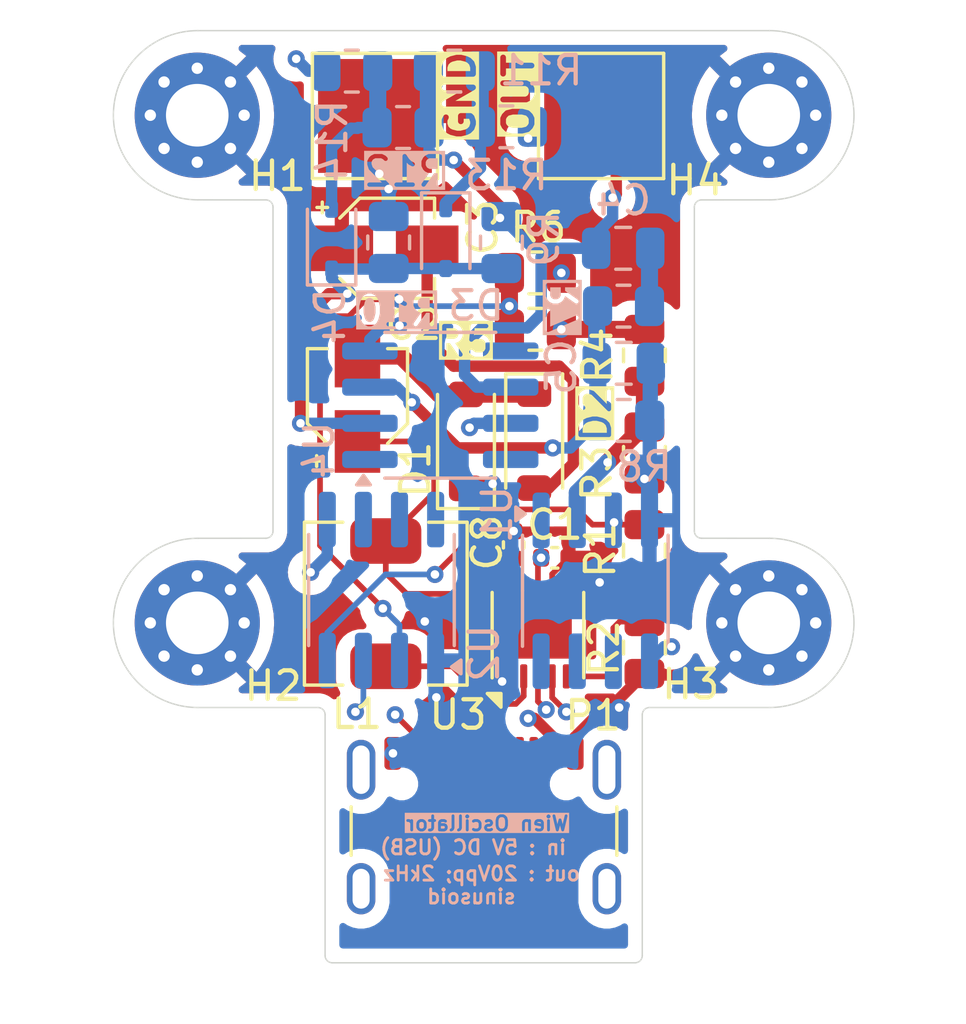
<source format=kicad_pcb>
(kicad_pcb (version 20240108) (generator "pcbnew") (generator_version "8.0")
  (layers (0 "F.Cu" signal) (1 "In1.Cu" signal) (2 "In2.Cu" signal) (31 "B.Cu" signal) (34 "B.Paste" user) (35 "F.Paste" user) (36 "B.SilkS" user "B.Silkscreen") (37 "F.SilkS" user "F.Silkscreen") (38 "B.Mask" user) (39 "F.Mask" user) (44 "Edge.Cuts" user))
  (net 0 "")
  (net 1 "GND")
  (net 2 "+5V")
  (net 3 "Net-(D1-A)")
  (net 4 "/VoltageRegulator/Lx")
  (net 5 "/VoltageRegulator/V_C3")
  (net 6 "Net-(C4-Pad1)")
  (net 7 "/WienOscillator/V+")
  (net 8 "/VoltageRegulator/Vo")
  (net 9 "/WienOscillator/Fb")
  (net 10 "Net-(D3-K)")
  (net 11 "Net-(D4-A)")
  (net 12 "Net-(U3-VDD_OUT)")
  (net 21 "/VoltageRegulator/FB_ISL")
  (net 22 "Net-(U1--)")
  (net 23 "/VoltageRegulator/+20V")
  (net 24 "Net-(U2--)")
  (net 25 "/VoltageRegulator/-20V")
  (net 30 "/Vo")
  (footprint "Capacitor_SMD:CP_Elec_3x5.3" (layer "F.Cu") (at 80.0666 91.9988)
    (property "Reference" "C3" (at 3.4486 -0.7366 90) (layer "F.SilkS"))
    (property "Value" "4.7u")
    (pad "1" smd rect (at -1.5 0) (size 2.2 1.6) (layers "F.Cu" "F.Paste" "F.Mask") (net 1 "GND"))
    (pad "2" smd rect (at 1.5 0) (size 2.2 1.6) (layers "F.Cu" "F.Paste" "F.Mask") (net 5 "/VoltageRegulator/V_C3"))
  )
  (footprint "Resistor_SMD:R_0805_2012Metric" (layer "F.Cu") (at 89.2048 95.7599 90)
    (property "Reference" "R4" (at 0 -1.65 90) (layer "F.SilkS"))
    (property "Value" "100K")
    (pad "1" smd roundrect (at -0.9125 0 90) (size 1.025 1.4) (layers "F.Cu" "F.Paste" "F.Mask") (roundrect_rratio 0.243902) (net 22 "Net-(U1--)"))
    (pad "2" smd roundrect (at 0.9125 0 90) (size 1.025 1.4) (layers "F.Cu" "F.Paste" "F.Mask") (roundrect_rratio 0.243902) (net 23 "/VoltageRegulator/+20V"))
  )
  (footprint "MountingHole:MountingHole_2.2mm_M2_Pad_Via" (layer "F.Cu") (at 73.483874 87.3252)
    (property "Reference" "H1" (at 2.817726 2.1336 0) (layer "F.SilkS"))
    (property "Value" "MountingHole_Pad")
    (pad "1" thru_hole circle (at -1.65 0) (size 0.7 0.7) (drill 0.4) (layers "*.Cu" "*.Mask") (net 1 "GND"))
    (pad "1" thru_hole circle (at -1.166726 -1.166726) (size 0.7 0.7) (drill 0.4) (layers "*.Cu" "*.Mask") (net 1 "GND"))
    (pad "1" thru_hole circle (at -1.166726 1.166726) (size 0.7 0.7) (drill 0.4) (layers "*.Cu" "*.Mask") (net 1 "GND"))
    (pad "1" thru_hole circle (at 0 -1.65) (size 0.7 0.7) (drill 0.4) (layers "*.Cu" "*.Mask") (net 1 "GND"))
    (pad "1" thru_hole circle (at 0 0) (size 4.4 4.4) (drill 2.2) (layers "*.Cu" "*.Mask") (net 1 "GND"))
    (pad "1" thru_hole circle (at 0 1.65) (size 0.7 0.7) (drill 0.4) (layers "*.Cu" "*.Mask") (net 1 "GND"))
    (pad "1" thru_hole circle (at 1.166726 -1.166726) (size 0.7 0.7) (drill 0.4) (layers "*.Cu" "*.Mask") (net 1 "GND"))
    (pad "1" thru_hole circle (at 1.166726 1.166726) (size 0.7 0.7) (drill 0.4) (layers "*.Cu" "*.Mask") (net 1 "GND"))
    (pad "1" thru_hole circle (at 1.65 0) (size 0.7 0.7) (drill 0.4) (layers "*.Cu" "*.Mask") (net 1 "GND"))
  )
  (footprint "TestPoint:TestPoint_Pad_4.0x4.0mm" (layer "F.Cu") (at 79.7306 87.3506)
    (property "Reference" "J2" (hide yes))
    (property "Value" "Conn_01x01" (hide yes))
    (pad "1" smd rect (at 0 0) (size 4 4) (layers "F.Cu" "F.Mask") (net 1 "GND"))
  )
  (footprint "Capacitor_SMD:C_0402_1005Metric" (layer "F.Cu") (at 84.6074 102.4154 90)
    (property "Reference" "C8" (at 0.0788 -0.9398 90) (layer "F.SilkS"))
    (property "Value" "4.7u")
    (pad "1" smd roundrect (at -0.48 0 90) (size 0.56 0.62) (layers "F.Cu" "F.Paste" "F.Mask") (net 8 "/VoltageRegulator/Vo"))
    (pad "2" smd roundrect (at 0.48 0 90) (size 0.56 0.62) (layers "F.Cu" "F.Paste" "F.Mask") (net 1 "GND"))
  )
  (footprint "Connector_USB:USB_C_Receptacle_GCT_USB4105-xx-A_16P_TopMnt_Horizontal" (layer "F.Cu") (at 83.564 113.4172)
    (property "Reference" "P1" (at 3.8374 -5.01 0) (layer "F.SilkS"))
    (property "Value" "USB_C_Plug_USB2.0")
    (pad "" np_thru_hole circle (at -2.89 -2.605) (size 0.65 0.65) (drill 0.65) (layers "F&B.Cu" "*.Mask"))
    (pad "" np_thru_hole circle (at 2.89 -2.605) (size 0.65 0.65) (drill 0.65) (layers "F&B.Cu" "*.Mask"))
    (pad "A1" smd roundrect (at -3.2 -3.68) (size 0.6 1.15) (layers "F.Cu" "F.Paste" "F.Mask") (net 1 "GND"))
    (pad "A4" smd roundrect (at -2.4 -3.68) (size 0.6 1.15) (layers "F.Cu" "F.Paste" "F.Mask") (net 2 "+5V"))
    (pad "A5" smd roundrect (at -1.25 -3.68) (size 0.3 1.15) (layers "F.Cu" "F.Paste" "F.Mask"))
    (pad "A6" smd roundrect (at -0.25 -3.68) (size 0.3 1.15) (layers "F.Cu" "F.Paste" "F.Mask"))
    (pad "A7" smd roundrect (at 0.25 -3.68) (size 0.3 1.15) (layers "F.Cu" "F.Paste" "F.Mask"))
    (pad "A8" smd roundrect (at 1.25 -3.68) (size 0.3 1.15) (layers "F.Cu" "F.Paste" "F.Mask"))
    (pad "A9" smd roundrect (at 2.4 -3.68) (size 0.6 1.15) (layers "F.Cu" "F.Paste" "F.Mask") (net 2 "+5V"))
    (pad "A12" smd roundrect (at 3.2 -3.68) (size 0.6 1.15) (layers "F.Cu" "F.Paste" "F.Mask") (net 1 "GND"))
    (pad "B1" smd roundrect (at 3.2 -3.68) (size 0.6 1.15) (layers "F.Cu" "F.Paste" "F.Mask") (net 1 "GND"))
    (pad "B4" smd roundrect (at 2.4 -3.68) (size 0.6 1.15) (layers "F.Cu" "F.Paste" "F.Mask") (net 2 "+5V"))
    (pad "B5" smd roundrect (at 1.75 -3.68) (size 0.3 1.15) (layers "F.Cu" "F.Paste" "F.Mask"))
    (pad "B6" smd roundrect (at 0.75 -3.68) (size 0.3 1.15) (layers "F.Cu" "F.Paste" "F.Mask"))
    (pad "B7" smd roundrect (at -0.75 -3.68) (size 0.3 1.15) (layers "F.Cu" "F.Paste" "F.Mask"))
    (pad "B8" smd roundrect (at -1.75 -3.68) (size 0.3 1.15) (layers "F.Cu" "F.Paste" "F.Mask"))
    (pad "B9" smd roundrect (at -2.4 -3.68) (size 0.6 1.15) (layers "F.Cu" "F.Paste" "F.Mask") (net 2 "+5V"))
    (pad "B12" smd roundrect (at -3.2 -3.68) (size 0.6 1.15) (layers "F.Cu" "F.Paste" "F.Mask") (net 1 "GND"))
    (pad "S1" thru_hole oval (at -4.32 -3.105) (size 1 2.1) (drill oval 0.6 1.7) (layers "*.Cu" "*.Mask" "F.Paste"))
    (pad "S1" thru_hole oval (at -4.32 1.075) (size 1 1.8) (drill oval 0.6 1.4) (layers "*.Cu" "*.Mask" "F.Paste"))
    (pad "S1" thru_hole oval (at 4.32 -3.105) (size 1 2.1) (drill oval 0.6 1.7) (layers "*.Cu" "*.Mask" "F.Paste"))
    (pad "S1" thru_hole oval (at 4.32 1.075) (size 1 1.8) (drill oval 0.6 1.4) (layers "*.Cu" "*.Mask" "F.Paste"))
  )
  (footprint "Inductor_SMD:L_KOHERelec_MDA5030" (layer "F.Cu") (at 80.1116 104.48 90)
    (property "Reference" "L1" (at -3.8764 -1.016 180) (layer "F.SilkS"))
    (property "Value" "10u")
    (pad "1" smd roundrect (at -2.2 0 90) (size 1.6 2.5) (layers "F.Cu" "F.Paste" "F.Mask") (net 12 "Net-(U3-VDD_OUT)"))
    (pad "2" smd roundrect (at 2.2 0 90) (size 1.6 2.5) (layers "F.Cu" "F.Paste" "F.Mask") (net 4 "/VoltageRegulator/Lx"))
  )
  (footprint "Resistor_SMD:R_0805_2012Metric" (layer "F.Cu") (at 85.3713 92.8624)
    (property "Reference" "R6" (at 0.1035 -1.6002 360) (layer "F.SilkS"))
    (property "Value" "100K")
    (pad "1" smd roundrect (at -0.9125 0) (size 1.025 1.4) (layers "F.Cu" "F.Paste" "F.Mask") (roundrect_rratio 0.243902) (net 24 "Net-(U2--)"))
    (pad "2" smd roundrect (at 0.9125 0) (size 1.025 1.4) (layers "F.Cu" "F.Paste" "F.Mask") (roundrect_rratio 0.243902) (net 25 "/VoltageRegulator/-20V"))
  )
  (footprint "Diode_SMD:D_SOD-123" (layer "F.Cu") (at 82.931 98.7816 90)
    (property "Reference" "D1" (at -0.9896 -1.778 90) (layer "F.SilkS"))
    (property "Value" "D_Schottky")
    (pad "1" smd roundrect (at -1.65 0 90) (size 0.9 1.2) (layers "F.Cu" "F.Paste" "F.Mask") (net 1 "GND"))
    (pad "2" smd roundrect (at 1.65 0 90) (size 0.9 1.2) (layers "F.Cu" "F.Paste" "F.Mask") (net 3 "Net-(D1-A)"))
  )
  (footprint "MountingHole:MountingHole_2.2mm_M2_Pad_Via" (layer "F.Cu") (at 93.575274 87.3252)
    (property "Reference" "H4" (at -2.592474 2.286 0) (layer "F.SilkS"))
    (property "Value" "MountingHole_Pad")
    (pad "1" thru_hole circle (at -1.65 0) (size 0.7 0.7) (drill 0.4) (layers "*.Cu" "*.Mask") (net 1 "GND"))
    (pad "1" thru_hole circle (at -1.166726 -1.166726) (size 0.7 0.7) (drill 0.4) (layers "*.Cu" "*.Mask") (net 1 "GND"))
    (pad "1" thru_hole circle (at -1.166726 1.166726) (size 0.7 0.7) (drill 0.4) (layers "*.Cu" "*.Mask") (net 1 "GND"))
    (pad "1" thru_hole circle (at 0 -1.65) (size 0.7 0.7) (drill 0.4) (layers "*.Cu" "*.Mask") (net 1 "GND"))
    (pad "1" thru_hole circle (at 0 0) (size 4.4 4.4) (drill 2.2) (layers "*.Cu" "*.Mask") (net 1 "GND"))
    (pad "1" thru_hole circle (at 0 1.65) (size 0.7 0.7) (drill 0.4) (layers "*.Cu" "*.Mask") (net 1 "GND"))
    (pad "1" thru_hole circle (at 1.166726 -1.166726) (size 0.7 0.7) (drill 0.4) (layers "*.Cu" "*.Mask") (net 1 "GND"))
    (pad "1" thru_hole circle (at 1.166726 1.166726) (size 0.7 0.7) (drill 0.4) (layers "*.Cu" "*.Mask") (net 1 "GND"))
    (pad "1" thru_hole circle (at 1.65 0) (size 0.7 0.7) (drill 0.4) (layers "*.Cu" "*.Mask") (net 1 "GND"))
  )
  (footprint "Resistor_SMD:R_0805_2012Metric" (layer "F.Cu") (at 85.3713 94.8436 180)
    (property "Reference" "R5" (at 2.4657 -0.4318 0) (layer "F.SilkS" knockout))
    (property "Value" "100K")
    (pad "1" smd roundrect (at -0.9125 0 180) (size 1.025 1.4) (layers "F.Cu" "F.Paste" "F.Mask") (roundrect_rratio 0.243902) (net 23 "/VoltageRegulator/+20V"))
    (pad "2" smd roundrect (at 0.9125 0 180) (size 1.025 1.4) (layers "F.Cu" "F.Paste" "F.Mask") (roundrect_rratio 0.243902) (net 24 "Net-(U2--)"))
  )
  (footprint "MountingHole:MountingHole_2.2mm_M2_Pad_Via" (layer "F.Cu") (at 73.483874 105.156)
    (property "Reference" "H2" (at 2.665326 2.2098 0) (layer "F.SilkS"))
    (property "Value" "MountingHole_Pad")
    (pad "1" thru_hole circle (at -1.65 0) (size 0.7 0.7) (drill 0.4) (layers "*.Cu" "*.Mask") (net 1 "GND"))
    (pad "1" thru_hole circle (at -1.166726 -1.166726) (size 0.7 0.7) (drill 0.4) (layers "*.Cu" "*.Mask") (net 1 "GND"))
    (pad "1" thru_hole circle (at -1.166726 1.166726) (size 0.7 0.7) (drill 0.4) (layers "*.Cu" "*.Mask") (net 1 "GND"))
    (pad "1" thru_hole circle (at 0 -1.65) (size 0.7 0.7) (drill 0.4) (layers "*.Cu" "*.Mask") (net 1 "GND"))
    (pad "1" thru_hole circle (at 0 0) (size 4.4 4.4) (drill 2.2) (layers "*.Cu" "*.Mask") (net 1 "GND"))
    (pad "1" thru_hole circle (at 0 1.65) (size 0.7 0.7) (drill 0.4) (layers "*.Cu" "*.Mask") (net 1 "GND"))
    (pad "1" thru_hole circle (at 1.166726 -1.166726) (size 0.7 0.7) (drill 0.4) (layers "*.Cu" "*.Mask") (net 1 "GND"))
    (pad "1" thru_hole circle (at 1.166726 1.166726) (size 0.7 0.7) (drill 0.4) (layers "*.Cu" "*.Mask") (net 1 "GND"))
    (pad "1" thru_hole circle (at 1.65 0) (size 0.7 0.7) (drill 0.4) (layers "*.Cu" "*.Mask") (net 1 "GND"))
  )
  (footprint "Capacitor_SMD:C_0402_1005Metric" (layer "F.Cu") (at 86.0526 102.87)
    (property "Reference" "C1" (at 0 -1.16 360) (layer "F.SilkS"))
    (property "Value" "5u")
    (pad "1" smd roundrect (at -0.48 0) (size 0.56 0.62) (layers "F.Cu" "F.Paste" "F.Mask") (net 2 "+5V"))
    (pad "2" smd roundrect (at 0.48 0) (size 0.56 0.62) (layers "F.Cu" "F.Paste" "F.Mask") (net 1 "GND"))
  )
  (footprint "Diode_SMD:D_SOD-123" (layer "F.Cu") (at 85.3282 98.7706 -90)
    (property "Reference" "D2" (at -0.9552 -2.1748 90) (layer "F.SilkS" knockout))
    (property "Value" "D_Schottky")
    (pad "1" smd roundrect (at -1.65 0 270) (size 0.9 1.2) (layers "F.Cu" "F.Paste" "F.Mask") (net 3 "Net-(D1-A)"))
    (pad "2" smd roundrect (at 1.65 0 270) (size 0.9 1.2) (layers "F.Cu" "F.Paste" "F.Mask") (net 5 "/VoltageRegulator/V_C3"))
  )
  (footprint "Package_DFN_QFN:DFN-10-1EP_3x3mm_P0.5mm_EP1.65x2.38mm" (layer "F.Cu") (at 85.4608 105.5856 90)
    (property "Reference" "U3" (at -2.7962 -2.8092 180) (layer "F.SilkS"))
    (property "Value" "~")
    (pad "1" smd roundrect (at -1.45 -1 90) (size 0.85 0.25) (layers "F.Cu" "F.Paste" "F.Mask") (net 1 "GND"))
    (pad "2" smd roundrect (at -1.45 -0.5 90) (size 0.85 0.25) (layers "F.Cu" "F.Paste" "F.Mask") (net 12 "Net-(U3-VDD_OUT)"))
    (pad "3" smd roundrect (at -1.45 0 90) (size 0.85 0.25) (layers "F.Cu" "F.Paste" "F.Mask") (net 2 "+5V"))
    (pad "4" smd roundrect (at -1.45 0.5 90) (size 0.85 0.25) (layers "F.Cu" "F.Paste" "F.Mask") (net 2 "+5V"))
    (pad "5" smd roundrect (at -1.45 1 90) (size 0.85 0.25) (layers "F.Cu" "F.Paste" "F.Mask") (net 21 "/VoltageRegulator/FB_ISL"))
    (pad "6" smd roundrect (at 1.45 1 90) (size 0.85 0.25) (layers "F.Cu" "F.Paste" "F.Mask"))
    (pad "7" smd roundrect (at 1.45 0.5 90) (size 0.85 0.25) (layers "F.Cu" "F.Paste" "F.Mask") (net 1 "GND"))
    (pad "8" smd roundrect (at 1.45 0 90) (size 0.85 0.25) (layers "F.Cu" "F.Paste" "F.Mask") (net 2 "+5V"))
    (pad "9" smd roundrect (at 1.45 -0.5 90) (size 0.85 0.25) (layers "F.Cu" "F.Paste" "F.Mask") (net 8 "/VoltageRegulator/Vo"))
    (pad "10" smd roundrect (at 1.45 -1 90) (size 0.85 0.25) (layers "F.Cu" "F.Paste" "F.Mask") (net 4 "/VoltageRegulator/Lx"))
    (pad "11" smd rect (at 0 0 90) (size 1.65 2.38) (property pad_prop_heatsink) (layers "F.Cu" "F.Mask"))
  )
  (footprint "Resistor_SMD:R_0805_2012Metric" (layer "F.Cu") (at 89.2048 99.187 90)
    (property "Reference" "R3" (at -0.7112 -1.6764 90) (layer "F.SilkS"))
    (property "Value" "33K2")
    (pad "1" smd roundrect (at -0.9125 0 90) (size 1.025 1.4) (layers "F.Cu" "F.Paste" "F.Mask") (roundrect_rratio 0.243902) (net 1 "GND"))
    (pad "2" smd roundrect (at 0.9125 0 90) (size 1.025 1.4) (layers "F.Cu" "F.Paste" "F.Mask") (roundrect_rratio 0.243902) (net 22 "Net-(U1--)"))
  )
  (footprint "TestPoint:TestPoint_Pad_4.0x4.0mm" (layer "F.Cu") (at 87.6808 87.3506)
    (property "Reference" "J1" (hide yes))
    (property "Value" "Conn_01x01")
    (pad "1" smd rect (at 0 0) (size 4 4) (layers "F.Cu" "F.Mask") (net 30 "/Vo"))
  )
  (footprint "MountingHole:MountingHole_2.2mm_M2_Pad_Via" (layer "F.Cu") (at 93.575274 105.156)
    (property "Reference" "H3" (at -2.744874 2.159 0) (layer "F.SilkS"))
    (property "Value" "MountingHole_Pad")
    (pad "1" thru_hole circle (at -1.65 0) (size 0.7 0.7) (drill 0.4) (layers "*.Cu" "*.Mask") (net 1 "GND"))
    (pad "1" thru_hole circle (at -1.166726 -1.166726) (size 0.7 0.7) (drill 0.4) (layers "*.Cu" "*.Mask") (net 1 "GND"))
    (pad "1" thru_hole circle (at -1.166726 1.166726) (size 0.7 0.7) (drill 0.4) (layers "*.Cu" "*.Mask") (net 1 "GND"))
    (pad "1" thru_hole circle (at 0 -1.65) (size 0.7 0.7) (drill 0.4) (layers "*.Cu" "*.Mask") (net 1 "GND"))
    (pad "1" thru_hole circle (at 0 0) (size 4.4 4.4) (drill 2.2) (layers "*.Cu" "*.Mask") (net 1 "GND"))
    (pad "1" thru_hole circle (at 0 1.65) (size 0.7 0.7) (drill 0.4) (layers "*.Cu" "*.Mask") (net 1 "GND"))
    (pad "1" thru_hole circle (at 1.166726 -1.166726) (size 0.7 0.7) (drill 0.4) (layers "*.Cu" "*.Mask") (net 1 "GND"))
    (pad "1" thru_hole circle (at 1.166726 1.166726) (size 0.7 0.7) (drill 0.4) (layers "*.Cu" "*.Mask") (net 1 "GND"))
    (pad "1" thru_hole circle (at 1.65 0) (size 0.7 0.7) (drill 0.4) (layers "*.Cu" "*.Mask") (net 1 "GND"))
  )
  (footprint "Resistor_SMD:R_0805_2012Metric" (layer "F.Cu") (at 89.2048 106.0215 90)
    (property "Reference" "R2" (at -0.0235 -1.4224 90) (layer "F.SilkS"))
    (property "Value" "18K2")
    (pad "1" smd roundrect (at -0.9125 0 90) (size 1.025 1.4) (layers "F.Cu" "F.Paste" "F.Mask") (roundrect_rratio 0.243902) (net 1 "GND"))
    (pad "2" smd roundrect (at 0.9125 0 90) (size 1.025 1.4) (layers "F.Cu" "F.Paste" "F.Mask") (roundrect_rratio 0.243902) (net 21 "/VoltageRegulator/FB_ISL"))
  )
  (footprint "Capacitor_SMD:CP_Elec_3x5.3" (layer "F.Cu") (at 79.1166 97.2834 90)
    (property "Reference" "C2" (at 2.5922 1.9602 180) (layer "F.SilkS"))
    (property "Value" "4.7u")
    (pad "1" smd rect (at -1.5 0 90) (size 2.2 1.6) (layers "F.Cu" "F.Paste" "F.Mask") (net 4 "/VoltageRegulator/Lx"))
    (pad "2" smd rect (at 1.5 0 90) (size 2.2 1.6) (layers "F.Cu" "F.Paste" "F.Mask") (net 3 "Net-(D1-A)"))
  )
  (footprint "Resistor_SMD:R_0805_2012Metric" (layer "F.Cu") (at 89.2048 102.6179 90)
    (property "Reference" "R1" (at 0.0273 -1.5494 90) (layer "F.SilkS"))
    (property "Value" "383K")
    (pad "1" smd roundrect (at -0.9125 0 90) (size 1.025 1.4) (layers "F.Cu" "F.Paste" "F.Mask") (roundrect_rratio 0.243902) (net 21 "/VoltageRegulator/FB_ISL"))
    (pad "2" smd roundrect (at 0.9125 0 90) (size 1.025 1.4) (layers "F.Cu" "F.Paste" "F.Mask") (roundrect_rratio 0.243902) (net 8 "/VoltageRegulator/Vo"))
  )
  (footprint "Resistor_SMD:R_0805_2012Metric" (layer "B.Cu") (at 84.3515 87.7316)
    (property "Reference" "R13" (at 0.0019 1.7018 180) (layer "B.SilkS") (effects (justify mirror)))
    (property "Value" "20K4")
    (pad "1" smd roundrect (at -0.9125 0) (size 1.025 1.4) (layers "B.Cu" "B.Paste" "B.Mask") (roundrect_rratio 0.243902) (net 10 "Net-(D3-K)"))
    (pad "2" smd roundrect (at 0.9125 0) (size 1.025 1.4) (layers "B.Cu" "B.Paste" "B.Mask") (roundrect_rratio 0.243902) (net 23 "/VoltageRegulator/+20V"))
  )
  (footprint "Package_SO:SOIC-8_3.9x4.9mm_P1.27mm" (layer "B.Cu") (at 87.4776 104.0272 -90)
    (property "Reference" "U1" (at -2.6812 3.4544 90) (layer "B.SilkS") (effects (justify mirror)))
    (property "Value" "~")
    (pad "1" smd roundrect (at -2.475 1.905 270) (size 1.95 0.6) (layers "B.Cu" "B.Paste" "B.Mask") (net 2 "+5V"))
    (pad "2" smd roundrect (at -2.475 0.635 270) (size 1.95 0.6) (layers "B.Cu" "B.Paste" "B.Mask") (net 22 "Net-(U1--)"))
    (pad "3" smd roundrect (at -2.475 -0.635 270) (size 1.95 0.6) (layers "B.Cu" "B.Paste" "B.Mask") (net 8 "/VoltageRegulator/Vo"))
    (pad "4" smd roundrect (at -2.475 -1.905 270) (size 1.95 0.6) (layers "B.Cu" "B.Paste" "B.Mask") (net 1 "GND"))
    (pad "5" smd roundrect (at 2.475 -1.905 270) (size 1.95 0.6) (layers "B.Cu" "B.Paste" "B.Mask") (net 23 "/VoltageRegulator/+20V"))
    (pad "6" smd roundrect (at 2.475 -0.635 270) (size 1.95 0.6) (layers "B.Cu" "B.Paste" "B.Mask"))
    (pad "7" smd roundrect (at 2.475 0.635 270) (size 1.95 0.6) (layers "B.Cu" "B.Paste" "B.Mask"))
    (pad "8" smd roundrect (at 2.475 1.905 270) (size 1.95 0.6) (layers "B.Cu" "B.Paste" "B.Mask"))
  )
  (footprint "Resistor_SMD:R_0805_2012Metric" (layer "B.Cu") (at 84.1756 91.7975 90)
    (property "Reference" "R9" (at 0.1289 1.4986 -90) (layer "B.SilkS") (effects (justify mirror)))
    (property "Value" "142K8")
    (pad "1" smd roundrect (at -0.9125 0 90) (size 1.025 1.4) (layers "B.Cu" "B.Paste" "B.Mask") (roundrect_rratio 0.243902) (net 9 "/WienOscillator/Fb"))
    (pad "2" smd roundrect (at 0.9125 0 90) (size 1.025 1.4) (layers "B.Cu" "B.Paste" "B.Mask") (roundrect_rratio 0.243902) (net 30 "/Vo"))
  )
  (footprint "Diode_SMD:D_SOD-323" (layer "B.Cu") (at 82.2198 91.66 -90)
    (property "Reference" "D3" (at 2.3536 -1.0668 180) (layer "B.SilkS") (effects (justify mirror)))
    (property "Value" "D")
    (pad "1" smd roundrect (at -1.05 0 270) (size 0.6 0.45) (layers "B.Cu" "B.Paste" "B.Mask") (net 10 "Net-(D3-K)"))
    (pad "2" smd roundrect (at 1.05 0 270) (size 0.6 0.45) (layers "B.Cu" "B.Paste" "B.Mask") (net 9 "/WienOscillator/Fb"))
  )
  (footprint "Capacitor_SMD:C_0805_2012Metric" (layer "B.Cu") (at 88.458 91.9988 180)
    (property "Reference" "C4" (at 0 1.68 360) (layer "B.SilkS") (effects (justify mirror)))
    (property "Value" "10n")
    (pad "1" smd roundrect (at -0.95 0 180) (size 1 1.45) (layers "B.Cu" "B.Paste" "B.Mask") (net 6 "Net-(C4-Pad1)"))
    (pad "2" smd roundrect (at 0.95 0 180) (size 1 1.45) (layers "B.Cu" "B.Paste" "B.Mask") (net 30 "/Vo"))
  )
  (footprint "Resistor_SMD:R_0805_2012Metric" (layer "B.Cu") (at 88.4701 94.0308)
    (property "Reference" "R7" (at -2.1101 0 90) (layer "B.SilkS" knockout) (effects (justify mirror)))
    (property "Value" "8K")
    (pad "1" smd roundrect (at -0.9125 0) (size 1.025 1.4) (layers "B.Cu" "B.Paste" "B.Mask") (roundrect_rratio 0.243902) (net 7 "/WienOscillator/V+"))
    (pad "2" smd roundrect (at 0.9125 0) (size 1.025 1.4) (layers "B.Cu" "B.Paste" "B.Mask") (roundrect_rratio 0.243902) (net 6 "Net-(C4-Pad1)"))
  )
  (footprint "Resistor_SMD:R_0805_2012Metric" (layer "B.Cu") (at 80.2132 91.7937 -90)
    (property "Reference" "R10" (at 2.4149 -0.3048 180) (layer "B.SilkS" knockout) (effects (justify mirror)))
    (property "Value" "68K")
    (pad "1" smd roundrect (at -0.9125 0 270) (size 1.025 1.4) (layers "B.Cu" "B.Paste" "B.Mask") (roundrect_rratio 0.243902) (net 1 "GND"))
    (pad "2" smd roundrect (at 0.9125 0 270) (size 1.025 1.4) (layers "B.Cu" "B.Paste" "B.Mask") (roundrect_rratio 0.243902) (net 9 "/WienOscillator/Fb"))
  )
  (footprint "Resistor_SMD:R_0805_2012Metric" (layer "B.Cu") (at 88.4784 98.044)
    (property "Reference" "R8" (at 0.7093 1.6256 180) (layer "B.SilkS") (effects (justify mirror)))
    (property "Value" "8K")
    (pad "1" smd roundrect (at -0.9125 0) (size 1.025 1.4) (layers "B.Cu" "B.Paste" "B.Mask") (roundrect_rratio 0.243902) (net 7 "/WienOscillator/V+"))
    (pad "2" smd roundrect (at 0.9125 0) (size 1.025 1.4) (layers "B.Cu" "B.Paste" "B.Mask") (roundrect_rratio 0.243902) (net 1 "GND"))
  )
  (footprint "Resistor_SMD:R_0805_2012Metric" (layer "B.Cu") (at 82.5208 85.7758)
    (property "Reference" "R11" (at 3.0518 -0.0254 180) (layer "B.SilkS") (effects (justify mirror)))
    (property "Value" "6K8")
    (pad "1" smd roundrect (at -0.9125 0) (size 1.025 1.4) (layers "B.Cu" "B.Paste" "B.Mask") (roundrect_rratio 0.243902) (net 30 "/Vo"))
    (pad "2" smd roundrect (at 0.9125 0) (size 1.025 1.4) (layers "B.Cu" "B.Paste" "B.Mask") (roundrect_rratio 0.243902) (net 10 "Net-(D3-K)"))
  )
  (footprint "Resistor_SMD:R_0805_2012Metric" (layer "B.Cu") (at 78.9178 85.7758)
    (property "Reference" "R14" (at -0.6858 2.4638 90) (layer "B.SilkS") (effects (justify mirror)))
    (property "Value" "20K4")
    (pad "1" smd roundrect (at -0.9125 0) (size 1.025 1.4) (layers "B.Cu" "B.Paste" "B.Mask") (roundrect_rratio 0.243902) (net 25 "/VoltageRegulator/-20V"))
    (pad "2" smd roundrect (at 0.9125 0) (size 1.025 1.4) (layers "B.Cu" "B.Paste" "B.Mask") (roundrect_rratio 0.243902) (net 11 "Net-(D4-A)"))
  )
  (footprint "Package_SO:SOIC-8_3.9x4.9mm_P1.27mm" (layer "B.Cu") (at 82.0278 97.5106)
    (property "Reference" "U4" (at -4.253 1.5748 90) (layer "B.SilkS") (effects (justify mirror)))
    (property "Value" "LM741")
    (pad "1" smd roundrect (at -2.475 1.905) (size 1.95 0.6) (layers "B.Cu" "B.Paste" "B.Mask"))
    (pad "2" smd roundrect (at -2.475 0.635) (size 1.95 0.6) (layers "B.Cu" "B.Paste" "B.Mask") (net 9 "/WienOscillator/Fb"))
    (pad "3" smd roundrect (at -2.475 -0.635) (size 1.95 0.6) (layers "B.Cu" "B.Paste" "B.Mask") (net 7 "/WienOscillator/V+"))
    (pad "4" smd roundrect (at -2.475 -1.905) (size 1.95 0.6) (layers "B.Cu" "B.Paste" "B.Mask") (net 25 "/VoltageRegulator/-20V"))
    (pad "5" smd roundrect (at 2.475 -1.905) (size 1.95 0.6) (layers "B.Cu" "B.Paste" "B.Mask"))
    (pad "6" smd roundrect (at 2.475 -0.635) (size 1.95 0.6) (layers "B.Cu" "B.Paste" "B.Mask") (net 30 "/Vo"))
    (pad "7" smd roundrect (at 2.475 0.635) (size 1.95 0.6) (layers "B.Cu" "B.Paste" "B.Mask") (net 23 "/VoltageRegulator/+20V"))
    (pad "8" smd roundrect (at 2.475 1.905) (size 1.95 0.6) (layers "B.Cu" "B.Paste" "B.Mask"))
  )
  (footprint "Resistor_SMD:R_0805_2012Metric" (layer "B.Cu") (at 80.7193 87.757)
    (property "Reference" "R12" (at 0.0781 1.5494 0) (layer "B.SilkS" knockout) (effects (justify mirror)))
    (property "Value" "6K8")
    (pad "1" smd roundrect (at -0.9125 0) (size 1.025 1.4) (layers "B.Cu" "B.Paste" "B.Mask") (roundrect_rratio 0.243902) (net 11 "Net-(D4-A)"))
    (pad "2" smd roundrect (at 0.9125 0) (size 1.025 1.4) (layers "B.Cu" "B.Paste" "B.Mask") (roundrect_rratio 0.243902) (net 30 "/Vo"))
  )
  (footprint "Diode_SMD:D_SOD-323" (layer "B.Cu") (at 78.2066 91.6772 90)
    (property "Reference" "D4" (at -2.7092 -0.0508 -90) (layer "B.SilkS") (effects (justify mirror)))
    (property "Value" "D")
    (pad "1" smd roundrect (at -1.05 0 90) (size 0.6 0.45) (layers "B.Cu" "B.Paste" "B.Mask") (net 9 "/WienOscillator/Fb"))
    (pad "2" smd roundrect (at 1.05 0 90) (size 0.6 0.45) (layers "B.Cu" "B.Paste" "B.Mask") (net 11 "Net-(D4-A)"))
  )
  (footprint "Capacitor_SMD:C_0805_2012Metric" (layer "B.Cu") (at 88.4784 96.0374)
    (property "Reference" "C5" (at -2.1996 0.127 90) (layer "B.SilkS") (effects (justify mirror)))
    (property "Value" "10n")
    (pad "1" smd roundrect (at -0.95 0) (size 1 1.45) (layers "B.Cu" "B.Paste" "B.Mask") (net 7 "/WienOscillator/V+"))
    (pad "2" smd roundrect (at 0.95 0) (size 1 1.45) (layers "B.Cu" "B.Paste" "B.Mask") (net 1 "GND"))
  )
  (footprint "Package_SO:SOIC-8_3.9x4.9mm_P1.27mm" (layer "B.Cu") (at 79.9592 104.0018 90)
    (property "Reference" "U2" (at -2.221 3.6068 90) (layer "B.SilkS") (effects (justify mirror)))
    (property "Value" "~")
    (pad "1" smd roundrect (at -2.475 1.905 90) (size 1.95 0.6) (layers "B.Cu" "B.Paste" "B.Mask") (net 1 "GND"))
    (pad "2" smd roundrect (at -2.475 0.635 90) (size 1.95 0.6) (layers "B.Cu" "B.Paste" "B.Mask") (net 24 "Net-(U2--)"))
    (pad "3" smd roundrect (at -2.475 -0.635 90) (size 1.95 0.6) (layers "B.Cu" "B.Paste" "B.Mask") (net 2 "+5V"))
    (pad "4" smd roundrect (at -2.475 -1.905 90) (size 1.95 0.6) (layers "B.Cu" "B.Paste" "B.Mask") (net 5 "/VoltageRegulator/V_C3"))
    (pad "5" smd roundrect (at 2.475 -1.905 90) (size 1.95 0.6) (layers "B.Cu" "B.Paste" "B.Mask") (net 25 "/VoltageRegulator/-20V"))
    (pad "6" smd roundrect (at 2.475 -0.635 90) (size 1.95 0.6) (layers "B.Cu" "B.Paste" "B.Mask"))
    (pad "7" smd roundrect (at 2.475 0.635 90) (size 1.95 0.6) (layers "B.Cu" "B.Paste" "B.Mask"))
    (pad "8" smd roundrect (at 2.475 1.905 90) (size 1.95 0.6) (layers "B.Cu" "B.Paste" "B.Mask"))
  )
  (gr_arc (start 73.5076 108.1278) (mid 70.5358 105.156) (end 73.5076 102.1842) (stroke (width 0.05)) (layer "Edge.Cuts"))
  (gr_line (start 89.3826 108.1278) (end 93.599 108.1278) (stroke (width 0.05)) (layer "Edge.Cuts"))
  (gr_line (start 73.5076 108.1278) (end 77.724 108.1278) (stroke (width 0.05)) (layer "Edge.Cuts"))
  (gr_arc (start 89.1286 116.84) (mid 89.054205 117.019605) (end 88.8746 117.094) (stroke (width 0.05)) (layer "Edge.Cuts"))
  (gr_line (start 73.5076 84.3534) (end 93.599 84.3534) (stroke (width 0.05)) (layer "Edge.Cuts"))
  (gr_arc (start 89.1286 108.3818) (mid 89.202995 108.202195) (end 89.3826 108.1278) (stroke (width 0.05)) (layer "Edge.Cuts"))
  (gr_line (start 89.1286 116.84) (end 89.1286 108.3818) (stroke (width 0.05)) (layer "Edge.Cuts"))
  (gr_arc (start 93.599 84.3534) (mid 96.5708 87.3252) (end 93.599 90.297) (stroke (width 0.05)) (layer "Edge.Cuts"))
  (gr_line (start 73.5076 102.1842) (end 75.893395 102.182395) (stroke (width 0.05)) (layer "Edge.Cuts"))
  (gr_line (start 90.959205 101.928395) (end 90.959205 90.552805) (stroke (width 0.05)) (layer "Edge.Cuts"))
  (gr_arc (start 78.232 117.094) (mid 78.052395 117.019605) (end 77.978 116.84) (stroke (width 0.05)) (layer "Edge.Cuts"))
  (gr_arc (start 91.213205 102.182395) (mid 91.0336 102.108) (end 90.959205 101.928395) (stroke (width 0.05)) (layer "Edge.Cuts"))
  (gr_line (start 76.147395 101.928395) (end 76.147395 90.552805) (stroke (width 0.05)) (layer "Edge.Cuts"))
  (gr_arc (start 76.147395 101.928395) (mid 76.073 102.108) (end 75.893395 102.182395) (stroke (width 0.05)) (layer "Edge.Cuts"))
  (gr_line (start 78.232 117.094) (end 88.8746 117.094) (stroke (width 0.05)) (layer "Edge.Cuts"))
  (gr_arc (start 73.5076 90.297) (mid 70.5358 87.3252) (end 73.5076 84.3534) (stroke (width 0.05)) (layer "Edge.Cuts"))
  (gr_arc (start 93.599 102.1842) (mid 96.5708 105.156) (end 93.599 108.1278) (stroke (width 0.05)) (layer "Edge.Cuts"))
  (gr_line (start 77.978 116.84) (end 77.978 108.3818) (stroke (width 0.05)) (layer "Edge.Cuts"))
  (gr_arc (start 77.724 108.1278) (mid 77.903605 108.202195) (end 77.978 108.3818) (stroke (width 0.05)) (layer "Edge.Cuts"))
  (gr_line (start 93.599 102.1842) (end 91.213205 102.182395) (stroke (width 0.05)) (layer "Edge.Cuts"))
  (gr_arc (start 90.959205 90.552805) (mid 91.0336 90.3732) (end 91.213205 90.298805) (stroke (width 0.05)) (layer "Edge.Cuts"))
  (gr_arc (start 75.893395 90.298805) (mid 76.073 90.3732) (end 76.147395 90.552805) (stroke (width 0.05)) (layer "Edge.Cuts"))
  (gr_line (start 73.5076 90.297) (end 75.893395 90.298805) (stroke (width 0.05)) (layer "Edge.Cuts"))
  (gr_line (start 93.599 90.297) (end 91.213205 90.298805) (stroke (width 0.05)) (layer "Edge.Cuts"))
  (gr_text "in : 5V DC (USB)" (at 86.5124 113.3348 0) (layer "B.SilkS") (effects (font (size 0.5 0.5) (thickness 0.1) (bold yes)) (justify left bottom mirror)))
  (gr_text "out : 20Vpp; 2kHz\n	 sinusoid" (at 86.995 115.062 0) (layer "B.SilkS") (effects (font (size 0.5 0.5) (thickness 0.1) (bold yes)) (justify left bottom mirror)))
  (gr_text "Wien Oscillator" (at 86.5886 112.4966 0) (layer "B.SilkS" knockout) (effects (font (size 0.5 0.5) (thickness 0.1) (bold yes)) (justify left bottom mirror)))
  (gr_text "OUT" (at 85.3694 88.1888 90) (layer "F.SilkS" knockout) (effects (font (size 1 1) (thickness 0.2) (bold yes)) (justify left bottom)))
  (gr_text "GND" (at 83.312 88.2904 90) (layer "F.SilkS" knockout) (effects (font (size 1 1) (thickness 0.2) (bold yes)) (justify left bottom)))
  (segment (start 83.091346 100.271254) (end 82.931 100.4316) (width 0.4) (layer "F.Cu") (net 1))
  (segment (start 85.9608 103.4418) (end 86.5326 102.87) (width 0.2) (layer "F.Cu") (net 1))
  (segment (start 87.798401 108.1278) (end 88.3158 108.1278) (width 0.4) (layer "F.Cu") (net 1))
  (segment (start 89.2048 106.934) (end 88.3158 107.823) (width 0.4) (layer "F.Cu") (net 1))
  (segment (start 88.3158 107.823) (end 88.3158 108.1278) (width 0.4) (layer "F.Cu") (net 1))
  (segment (start 84.201 107.2134) (end 84.283 107.2134) (width 0.2) (layer "F.Cu") (net 1))
  (segment (start 86.764 109.162201) (end 87.798401 108.1278) (width 0.4) (layer "F.Cu") (net 1))
  (segment (start 84.283 107.2134) (end 84.4608 107.0356) (width 0.2) (layer "F.Cu") (net 1))
  (segment (start 86.764 109.7372) (end 86.764 109.162201) (width 0.4) (layer "F.Cu") (net 1))
  (segment (start 85.9608 104.1356) (end 85.9608 103.4418) (width 0.2) (layer "F.Cu") (net 1))
  (segment (start 83.868417 100.271254) (end 83.091346 100.271254) (width 0.4) (layer "F.Cu") (net 1))
  (via (at 81.8896 107.7722) (size 0.6) (drill 0.3) (layers "F.Cu" "B.Cu") (net 1))
  (via (at 80.364 109.7372) (size 0.6) (drill 0.3) (layers "F.Cu" "B.Cu") (net 1))
  (via (at 89.2048 100.0995) (size 0.6) (drill 0.3) (layers "F.Cu" "B.Cu") (net 1))
  (via (at 81.4832 105.1052) (size 0.6) (drill 0.3) (layers "F.Cu" "B.Cu") (net 1))
  (via (at 87.63 103.7336) (size 0.6) (drill 0.3) (layers "F.Cu" "B.Cu") (net 1))
  (via (at 88.3158 108.1278) (size 0.6) (drill 0.3) (layers "F.Cu" "B.Cu") (net 1))
  (via (at 79.883 89.3826) (size 0.6) (drill 0.3) (layers "F.Cu" "B.Cu") (net 1))
  (via (at 84.201 107.2134) (size 0.6) (drill 0.3) (layers "F.Cu" "B.Cu") (net 1))
  (via (at 84.6074 101.9302) (size 0.6) (drill 0.3) (layers "F.Cu" "B.Cu") (net 1))
  (via (at 80.2132 89.916) (size 0.6) (drill 0.3) (layers "F.Cu" "B.Cu") (net 1))
  (via (at 83.868417 100.271254) (size 0.6) (drill 0.3) (layers "F.Cu" "B.Cu") (net 1))
  (segment (start 89.3826 100.2773) (end 89.2048 100.0995) (width 0.6) (layer "B.Cu") (net 1))
  (segment (start 81.8642 105.4862) (end 81.8642 106.4768) (width 0.4) (layer "B.Cu") (net 1))
  (segment (start 84.6074 101.010237) (end 84.6074 101.9302) (width 0.4) (layer "B.Cu") (net 1))
  (segment (start 83.868417 100.271254) (end 84.6074 101.010237) (width 0.4) (layer "B.Cu") (net 1))
  (segment (start 81.4832 105.1052) (end 81.8642 105.4862) (width 0.4) (layer "B.Cu") (net 1))
  (segment (start 89.3826 101.5522) (end 89.3826 100.2773) (width 0.6) (layer "B.Cu") (net 1))
  (segment (start 81.164 109.104) (end 80.4418 108.3818) (width 0.2) (layer "F.Cu") (net 2))
  (segment (start 85.7504 108.204) (end 85.4608 107.9144) (width 0.2) (layer "F.Cu") (net 2))
  (segment (start 86.4616 108.2802) (end 85.9608 107.7794) (width 0.2) (layer "F.Cu") (net 2))
  (segment (start 85.4608 104.1356) (end 85.4608 102.9818) (width 0.2) (layer "F.Cu") (net 2))
  (segment (start 81.164 109.7372) (end 81.164 109.104) (width 0.2) (layer "F.Cu") (net 2))
  (segment (start 85.4608 102.9818) (end 85.5726 102.87) (width 0.2) (layer "F.Cu") (net 2))
  (segment (start 85.4608 107.9144) (end 85.4608 107.0356) (width 0.2) (layer "F.Cu") (net 2))
  (segment (start 85.964 109.13837) (end 85.964 109.7372) (width 0.4) (layer "F.Cu") (net 2))
  (segment (start 85.9608 107.7794) (end 85.9608 107.0356) (width 0.2) (layer "F.Cu") (net 2))
  (segment (start 85.33443 108.5088) (end 85.964 109.13837) (width 0.4) (layer "F.Cu") (net 2))
  (segment (start 85.1154 108.5088) (end 85.33443 108.5088) (width 0.4) (layer "F.Cu") (net 2))
  (via (at 85.5726 102.87) (size 0.6) (drill 0.3) (layers "F.Cu" "B.Cu") (net 2))
  (via (at 85.1154 108.5088) (size 0.6) (drill 0.3) (layers "F.Cu" "B.Cu") (net 2))
  (via (at 85.7504 108.204) (size 0.6) (drill 0.3) (layers "F.Cu" "B.Cu") (net 2))
  (via (at 86.4616 108.2802) (size 0.6) (drill 0.3) (layers "F.Cu" "B.Cu") (net 2))
  (via (at 79.0448 108.2802) (size 0.6) (drill 0.3) (layers "F.Cu" "B.Cu") (net 2))
  (via (at 80.4418 108.3818) (size 0.6) (drill 0.3) (layers "F.Cu" "B.Cu") (net 2))
  (segment (start 79.3242 108.0008) (end 79.3242 106.4768) (width 0.2) (layer "B.Cu") (net 2))
  (segment (start 85.5726 101.5522) (end 85.5726 102.87) (width 0.2) (layer "B.Cu") (net 2))
  (segment (start 79.0448 108.2802) (end 79.3242 108.0008) (width 0.2) (layer "B.Cu") (net 2))
  (segment (start 81.9822 97.1206) (end 80.645 95.7834) (width 0.6) (layer "F.Cu") (net 3))
  (segment (start 85.3282 97.1206) (end 82.942 97.1206) (width 0.6) (layer "F.Cu") (net 3))
  (segment (start 80.645 95.7834) (end 79.1166 95.7834) (width 0.6) (layer "F.Cu") (net 3))
  (segment (start 82.942 97.1206) (end 82.931 97.1316) (width 0.6) (layer "F.Cu") (net 3))
  (segment (start 82.942 97.1206) (end 81.9822 97.1206) (width 0.6) (layer "F.Cu") (net 3))
  (segment (start 80.1116 102.28) (end 81.8134 100.5782) (width 0.2) (layer "F.Cu") (net 4))
  (segment (start 80.1116 103.4034) (end 80.1116 102.28) (width 0.2) (layer "F.Cu") (net 4))
  (segment (start 81.8134 100.5782) (end 81.8134 100.076) (width 0.2) (layer "F.Cu") (net 4))
  (segment (start 84.4608 104.1356) (end 80.8438 104.1356) (width 0.2) (layer "F.Cu") (net 4))
  (segment (start 81.8134 100.076) (end 81.8134 99.6188) (width 0.2) (layer "F.Cu") (net 4))
  (segment (start 80.978 98.7834) (end 79.1166 98.7834) (width 0.2) (layer "F.Cu") (net 4))
  (segment (start 80.8438 104.1356) (end 80.1116 103.4034) (width 0.2) (layer "F.Cu") (net 4))
  (segment (start 81.8134 99.6188) (end 80.978 98.7834) (width 0.2) (layer "F.Cu") (net 4))
  (segment (start 85.3282 100.4206) (end 85.8376 100.4206) (width 0.4) (layer "F.Cu") (net 5))
  (segment (start 82.4992 96.139) (end 81.5666 95.2064) (width 0.4) (layer "F.Cu") (net 5))
  (segment (start 83.2866 101.7016) (end 84.5676 100.4206) (width 0.2) (layer "F.Cu") (net 5))
  (segment (start 84.5676 100.4206) (end 85.3282 100.4206) (width 0.2) (layer "F.Cu") (net 5))
  (segment (start 85.8376 100.4206) (end 86.7044 99.5538) (width 0.4) (layer "F.Cu") (net 5))
  (segment (start 86.7044 96.6358) (end 86.2076 96.139) (width 0.4) (layer "F.Cu") (net 5))
  (segment (start 81.5666 95.2064) (end 81.5666 91.9988) (width 0.4) (layer "F.Cu") (net 5))
  (segment (start 83.2866 102.0064) (end 83.2866 101.7016) (width 0.2) (layer "F.Cu") (net 5))
  (segment (start 86.7044 99.5538) (end 86.7044 96.6358) (width 0.4) (layer "F.Cu") (net 5))
  (segment (start 86.2076 96.139) (end 82.4992 96.139) (width 0.4) (layer "F.Cu") (net 5))
  (segment (start 81.8388 103.4542) (end 83.2866 102.0064) (width 0.2) (layer "F.Cu") (net 5))
  (via (at 81.8388 103.4542) (size 0.6) (drill 0.3) (layers "F.Cu" "B.Cu") (net 5))
  (segment (start 81.8388 103.4542) (end 80.101801 103.4542) (width 0.2) (layer "B.Cu") (net 5))
  (segment (start 80.101801 103.4542) (end 78.0542 105.501801) (width 0.2) (layer "B.Cu") (net 5))
  (segment (start 78.0542 105.501801) (end 78.0542 106.4768) (width 0.2) (layer "B.Cu") (net 5))
  (segment (start 89.3826 94.0308) (end 89.3826 92.0242) (width 0.6) (layer "B.Cu") (net 6))
  (segment (start 89.3826 92.0242) (end 89.408 91.9988) (width 0.6) (layer "B.Cu") (net 6))
  (segment (start 82.6262 99.0092) (end 85.979 99.0092) (width 0.4) (layer "F.Cu") (net 7))
  (segment (start 81.026 97.409) (end 82.6262 99.0092) (width 0.4) (layer "F.Cu") (net 7))
  (via (at 81.026 97.409) (size 0.6) (drill 0.3) (layers "F.Cu" "B.Cu") (net 7))
  (via (at 85.979 99.0092) (size 0.6) (drill 0.3) (layers "F.Cu" "B.Cu") (net 7))
  (segment (start 81.026 97.409) (end 80.4926 96.8756) (width 0.4) (layer "B.Cu") (net 7))
  (segment (start 87.5284 96.0374) (end 87.5284 94.06) (width 0.6) (layer "B.Cu") (net 7))
  (segment (start 87.5284 94.06) (end 87.5576 94.0308) (width 0.6) (layer "B.Cu") (net 7))
  (segment (start 87.5659 96.0749) (end 87.5284 96.0374) (width 0.6) (layer "B.Cu") (net 7))
  (segment (start 86.6007 99.0092) (end 87.5659 98.044) (width 0.4) (layer "B.Cu") (net 7))
  (segment (start 80.4926 96.8756) (end 79.5528 96.8756) (width 0.4) (layer "B.Cu") (net 7))
  (segment (start 87.5659 98.044) (end 87.5659 96.0749) (width 0.6) (layer "B.Cu") (net 7))
  (segment (start 85.979 99.0092) (end 86.6007 99.0092) (width 0.4) (layer "B.Cu") (net 7))
  (segment (start 88.058 101.7054) (end 88.138 101.6254) (width 0.2) (layer "F.Cu") (net 8))
  (segment (start 84.9608 103.6044) (end 84.6074 103.251) (width 0.2) (layer "F.Cu") (net 8))
  (segment (start 84.438466 101.1682) (end 84.727104 101.1682) (width 0.2) (layer "F.Cu") (net 8))
  (segment (start 84.729504 101.1706) (end 85.926896 101.1706) (width 0.2) (layer "F.Cu") (net 8))
  (segment (start 83.8708 101.735866) (end 84.438466 101.1682) (width 0.2) (layer "F.Cu") (net 8))
  (segment (start 87.3798 101.7054) (end 88.058 101.7054) (width 0.2) (layer "F.Cu") (net 8))
  (segment (start 88.138 101.6254) (end 88.218 101.7054) (width 0.2) (layer "F.Cu") (net 8))
  (segment (start 86.8426 101.1682) (end 87.3798 101.7054) (width 0.2) (layer "F.Cu") (net 8))
  (segment (start 84.6074 102.8954) (end 84.5058 102.8954) (width 0.2) (layer "F.Cu") (net 8))
  (segment (start 84.9608 104.1356) (end 84.9608 103.6044) (width 0.2) (layer "F.Cu") (net 8))
  (segment (start 85.926896 101.1706) (end 85.929296 101.1682) (width 0.2) (layer "F.Cu") (net 8))
  (segment (start 84.727104 101.1682) (end 84.729504 101.1706) (width 0.2) (layer "F.Cu") (net 8))
  (segment (start 84.6074 103.251) (end 84.6074 102.8954) (width 0.2) (layer "F.Cu") (net 8))
  (segment (start 83.8708 102.2604) (end 83.8708 101.735866) (width 0.2) (layer "F.Cu") (net 8))
  (segment (start 85.929296 101.1682) (end 86.8426 101.1682) (width 0.2) (layer "F.Cu") (net 8))
  (segment (start 84.5058 102.8954) (end 83.8708 102.2604) (width 0.2) (layer "F.Cu") (net 8))
  (segment (start 88.218 101.7054) (end 89.2048 101.7054) (width 0.2) (layer "F.Cu") (net 8))
  (via (at 88.138 101.6254) (size 0.6) (drill 0.3) (layers "F.Cu" "B.Cu") (net 8))
  (segment (start 78.760134 93.593937) (end 78.110063 93.593937) (width 0.4) (layer "F.Cu") (net 9))
  (segment (start 78.110063 93.593937) (end 77.8206 93.8834) (width 0.4) (layer "F.Cu") (net 9))
  (segment (start 77.8206 93.8834) (end 77.809494 93.8834) (width 0.4) (layer "F.Cu") (net 9))
  (segment (start 77.1144 94.578494) (end 77.1144 98.1456) (width 0.4) (layer "F.Cu") (net 9))
  (segment (start 77.809494 93.8834) (end 77.1144 94.578494) (width 0.4) (layer "F.Cu") (net 9))
  (via (at 78.760134 93.593937) (size 0.6) (drill 0.3) (layers "F.Cu" "B.Cu") (net 9))
  (via (at 77.1144 98.1456) (size 0.6) (drill 0.3) (layers "F.Cu" "B.Cu") (net 9))
  (segment (start 78.2066 92.7272) (end 80.1922 92.7272) (width 0.4) (layer "B.Cu") (net 9))
  (segment (start 82.216 92.7062) (end 82.2198 92.71) (width 0.4) (layer "B.Cu") (net 9))
  (segment (start 80.1922 92.7272) (end 80.2132 92.7062) (width 0.4) (layer "B.Cu") (net 9))
  (segment (start 82.2198 92.71) (end 84.1756 92.71) (width 0.4) (layer "B.Cu") (net 9))
  (segment (start 78.2066 93.040403) (end 78.2066 92.7272) (width 0.4) (layer "B.Cu") (net 9))
  (segment (start 80.2132 92.7062) (end 82.216 92.7062) (width 0.4) (layer "B.Cu") (net 9))
  (segment (start 78.760134 93.593937) (end 78.2066 93.040403) (width 0.4) (layer "B.Cu") (net 9))
  (segment (start 77.1144 98.1456) (end 79.5528 98.1456) (width 0.4) (layer "B.Cu") (net 9))
  (segment (start 82.2198 90.3986) (end 83.439 89.1794) (width 0.4) (layer "B.Cu") (net 10))
  (segment (start 83.439 89.1794) (end 83.439 87.7316) (width 0.4) (layer "B.Cu") (net 10))
  (segment (start 83.4333 87.7259) (end 83.439 87.7316) (width 0.6) (layer "B.Cu") (net 10))
  (segment (start 83.4333 85.7758) (end 83.4333 87.7259) (width 0.6) (layer "B.Cu") (net 10))
  (segment (start 82.2198 90.61) (end 82.2198 90.3986) (width 0.4) (layer "B.Cu") (net 10))
  (segment (start 79.121 87.7824) (end 79.1464 87.757) (width 0.4) (layer "B.Cu") (net 11))
  (segment (start 79.8303 87.7335) (end 79.8068 87.757) (width 0.6) (layer "B.Cu") (net 11))
  (segment (start 78.2066 90.6272) (end 78.2066 88.4682) (width 0.4) (layer "B.Cu") (net 11))
  (segment (start 79.1464 87.757) (end 79.8068 87.757) (width 0.4) (layer "B.Cu") (net 11))
  (segment (start 78.8924 87.7824) (end 79.121 87.7824) (width 0.4) (layer "B.Cu") (net 11))
  (segment (start 79.8303 85.7758) (end 79.8303 87.7335) (width 0.6) (layer "B.Cu") (net 11))
  (segment (start 78.2066 88.4682) (end 78.8924 87.7824) (width 0.4) (layer "B.Cu") (net 11))
  (segment (start 84.9608 107.0356) (end 84.9608 107.7236) (width 0.2) (layer "F.Cu") (net 12))
  (segment (start 84.6836 108.0008) (end 83.7692 108.0008) (width 0.2) (layer "F.Cu") (net 12))
  (segment (start 83.7692 108.0008) (end 82.4484 106.68) (width 0.2) (layer "F.Cu") (net 12))
  (segment (start 82.4484 106.68) (end 80.1116 106.68) (width 0.2) (layer "F.Cu") (net 12))
  (segment (start 84.9608 107.7236) (end 84.6836 108.0008) (width 0.2) (layer "F.Cu") (net 12))
  (segment (start 87.9602 107.0356) (end 88.1126 106.8832) (width 0.2) (layer "F.Cu") (net 21))
  (segment (start 88.1126 105.3338) (end 88.3374 105.109) (width 0.2) (layer "F.Cu") (net 21))
  (segment (start 86.4608 107.0356) (end 87.9602 107.0356) (width 0.2) (layer "F.Cu") (net 21))
  (segment (start 88.3374 105.109) (end 89.2048 105.109) (width 0.2) (layer "F.Cu") (net 21))
  (segment (start 89.2048 103.5304) (end 89.2048 105.109) (width 0.6) (layer "F.Cu") (net 21))
  (segment (start 88.1126 106.8832) (end 88.1126 105.3338) (width 0.2) (layer "F.Cu") (net 21))
  (segment (start 89.2048 98.2745) (end 89.1521 98.2745) (width 0.6) (layer "F.Cu") (net 22))
  (segment (start 89.2048 98.2745) (end 89.2048 96.6724) (width 0.6) (layer "F.Cu") (net 22))
  (segment (start 89.1521 98.2745) (end 87.9094 99.5172) (width 0.6) (layer "F.Cu") (net 22))
  (via (at 87.9094 99.5172) (size 0.6) (drill 0.3) (layers "F.Cu" "B.Cu") (net 22))
  (segment (start 86.8426 100.584) (end 86.8426 101.5522) (width 0.6) (layer "B.Cu") (net 22))
  (segment (start 87.9094 99.5172) (end 86.8426 100.584) (width 0.6) (layer "B.Cu") (net 22))
  (segment (start 89.2048 94.8474) (end 86.2876 94.8474) (width 0.6) (layer "F.Cu") (net 23))
  (segment (start 86.2876 94.8474) (end 86.2838 94.8436) (width 0.6) (layer "F.Cu") (net 23))
  (via (at 85.1154 88.138) (size 0.6) (drill 0.3) (layers "F.Cu" "B.Cu") (net 23))
  (via (at 86.2838 94.8436) (size 0.6) (drill 0.3) (layers "F.Cu" "B.Cu") (net 23))
  (via (at 83.058 98.298) (size 0.6) (drill 0.3) (layers "F.Cu" "B.Cu") (net 23))
  (via (at 90.1574 105.9942) (size 0.6) (drill 0.3) (layers "F.Cu" "B.Cu") (net 23))
  (segment (start 83.2104 98.1456) (end 83.058 98.298) (width 0.4) (layer "B.Cu") (net 23))
  (segment (start 90.1574 105.9942) (end 89.8906 105.9942) (width 0.4) (layer "B.Cu") (net 23))
  (segment (start 84.5028 98.1456) (end 83.2104 98.1456) (width 0.4) (layer "B.Cu") (net 23))
  (segment (start 89.8906 105.9942) (end 89.3826 106.5022) (width 0.4) (layer "B.Cu") (net 23))
  (segment (start 77.8002 94.5998) (end 77.8002 102.4382) (width 0.2) (layer "F.Cu") (net 24))
  (segment (start 78.0166 94.3834) (end 77.8002 94.5998) (width 0.2) (layer "F.Cu") (net 24))
  (segment (start 84.4588 92.8624) (end 84.4588 94.8436) (width 0.6) (layer "F.Cu") (net 24))
  (segment (start 79.4131 93.7895) (end 78.8192 94.3834) (width 0.2) (layer "F.Cu") (net 24))
  (segment (start 80.5815 93.7895) (end 79.4131 93.7895) (width 0.2) (layer "F.Cu") (net 24))
  (segment (start 77.8002 102.4382) (end 80.01 104.648) (width 0.2) (layer "F.Cu") (net 24))
  (segment (start 78.8192 94.3834) (end 78.0166 94.3834) (width 0.2) (layer "F.Cu") (net 24))
  (via (at 80.01 104.648) (size 0.6) (drill 0.3) (layers "F.Cu" "B.Cu") (net 24))
  (via (at 80.5815 93.7895) (size 0.6) (drill 0.3) (layers "F.Cu" "B.Cu") (net 24))
  (via (at 84.4588 94.0308) (size 0.6) (drill 0.3) (layers "F.Cu" "B.Cu") (net 24))
  (segment (start 80.5942 105.2322) (end 80.01 104.648) (width 0.2) (layer "B.Cu") (net 24))
  (segment (start 80.5942 106.4768) (end 80.5942 105.2322) (width 0.2) (layer "B.Cu") (net 24))
  (segment (start 80.8228 94.0308) (end 84.4588 94.0308) (width 0.2) (layer "B.Cu") (net 24))
  (segment (start 80.5815 93.7895) (end 80.8228 94.0308) (width 0.2) (layer "B.Cu") (net 24))
  (via (at 80.5942 94.7166) (size 0.6) (drill 0.3) (layers "F.Cu" "B.Cu") (net 25))
  (via (at 77.47 103.378) (size 0.6) (drill 0.3) (layers "F.Cu" "B.Cu") (net 25))
  (via (at 76.962 85.344) (size 0.6) (drill 0.3) (layers "F.Cu" "B.Cu") (net 25))
  (via (at 86.2838 92.8624) (size 0.6) (drill 0.3) (layers "F.Cu" "B.Cu") (net 25))
  (segment (start 79.5528 95.1992) (end 79.5528 95.6056) (width 0.4) (layer "B.Cu") (net 25))
  (segment (start 78.0542 102.7938) (end 77.47 103.378) (width 0.4) (layer "B.Cu") (net 25))
  (segment (start 78.0542 101.5268) (end 78.0542 102.7938) (width 0.4) (layer "B.Cu") (net 25))
  (segment (start 80.0354 94.7166) (end 79.5528 95.1992) (width 0.4) (layer "B.Cu") (net 25))
  (segment (start 77.3938 85.7758) (end 76.962 85.344) (width 0.4) (layer "B.Cu") (net 25))
  (segment (start 80.5942 94.7166) (end 80.0354 94.7166) (width 0.4) (layer "B.Cu") (net 25))
  (segment (start 78.0053 85.7758) (end 77.3938 85.7758) (width 0.4) (layer "B.Cu") (net 25))
  (segment (start 88.2142 90.0938) (end 88.2142 87.2236) (width 0.4) (layer "F.Cu") (net 30))
  (segment (start 84.1248 90.932) (end 84.1248 90.5256) (width 0.4) (layer "F.Cu") (net 30))
  (segment (start 88.0872 90.2208) (end 88.2142 90.0938) (width 0.4) (layer "F.Cu") (net 30))
  (segment (start 84.1248 90.5256) (end 82.4992 88.9) (width 0.4) (layer "F.Cu") (net 30))
  (via (at 88.0872 90.2208) (size 0.6) (drill 0.3) (layers "F.Cu" "B.Cu") (net 30))
  (via (at 84.1248 90.932) (size 0.6) (drill 0.3) (layers "F.Cu" "B.Cu") (net 30))
  (via (at 82.4992 88.9) (size 0.6) (drill 0.3) (layers "F.Cu" "B.Cu") (net 30))
  (segment (start 83.312 96.8756) (end 82.8802 96.4438) (width 0.4) (layer "B.Cu") (net 30))
  (segment (start 85.5726 92.3036) (end 85.8774 91.9988) (width 0.4) (layer "B.Cu") (net 30))
  (segment (start 87.508 91.4858) (end 87.508 91.9988) (width 0.4) (layer "B.Cu") (net 30))
  (segment (start 82.8802 96.4438) (end 82.8802 95.4024) (width 0.4) (layer "B.Cu") (net 30))
  (segment (start 85.5726 94.3102) (end 85.5726 92.3036) (width 0.4) (layer "B.Cu") (net 30))
  (segment (start 81.9404 88.9) (end 81.6318 88.5914) (width 0.4) (layer "B.Cu") (net 30))
  (segment (start 82.8802 95.4024) (end 83.4898 94.7928) (width 0.4) (layer "B.Cu") (net 30))
  (segment (start 85.8774 91.9988) (end 87.508 91.9988) (width 0.4) (layer "B.Cu") (net 30))
  (segment (start 81.6083 87.7335) (end 81.6318 87.757) (width 0.6) (layer "B.Cu") (net 30))
  (segment (start 83.4898 94.7928) (end 85.09 94.7928) (width 0.4) (layer "B.Cu") (net 30))
  (segment (start 87.508 91.9988) (end 85.2894 91.9988) (width 0.4) (layer "B.Cu") (net 30))
  (segment (start 82.4992 88.9) (end 81.9404 88.9) (width 0.4) (layer "B.Cu") (net 30))
  (segment (start 85.2894 91.9988) (end 84.1756 90.885) (width 0.4) (layer "B.Cu") (net 30))
  (segment (start 81.6083 85.7758) (end 81.6083 87.7335) (width 0.6) (layer "B.Cu") (net 30))
  (segment (start 85.09 94.7928) (end 85.5726 94.3102) (width 0.4) (layer "B.Cu") (net 30))
  (segment (start 88.0872 90.2208) (end 88.0872 90.9066) (width 0.4) (layer "B.Cu") (net 30))
  (segment (start 88.0872 90.9066) (end 87.508 91.4858) (width 0.4) (layer "B.Cu") (net 30))
  (segment (start 84.5028 96.8756) (end 83.312 96.8756) (width 0.4) (layer "B.Cu") (net 30))
  (segment (start 81.6318 88.5914) (end 81.6318 87.757) (width 0.4) (layer "B.Cu") (net 30))
  (zone (net 1) (net_name "GND") (layers "F&B.Cu") (connect_pads (clearance 0.5)) (min_thickness 0.25) (fill yes (thermal_gap 0.5) (thermal_bridge_width 0.5))
    (polygon (pts (xy 70.1294 84.3026) (xy 97.0026 84.201) (xy 97.0026 117.0686) (xy 70.1294 117.1702)))
  )
)
</source>
